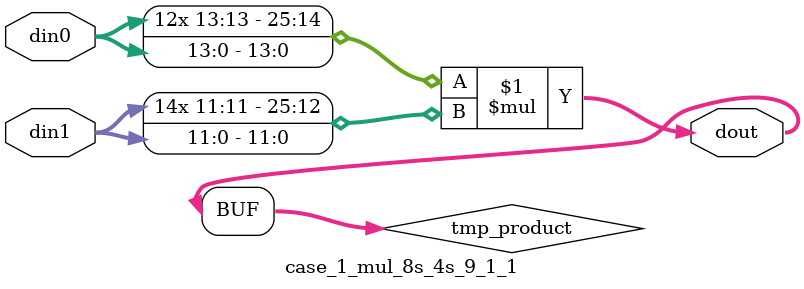
<source format=v>

`timescale 1 ns / 1 ps

 module case_1_mul_8s_4s_9_1_1(din0, din1, dout);
parameter ID = 1;
parameter NUM_STAGE = 0;
parameter din0_WIDTH = 14;
parameter din1_WIDTH = 12;
parameter dout_WIDTH = 26;

input [din0_WIDTH - 1 : 0] din0; 
input [din1_WIDTH - 1 : 0] din1; 
output [dout_WIDTH - 1 : 0] dout;

wire signed [dout_WIDTH - 1 : 0] tmp_product;



























assign tmp_product = $signed(din0) * $signed(din1);








assign dout = tmp_product;





















endmodule

</source>
